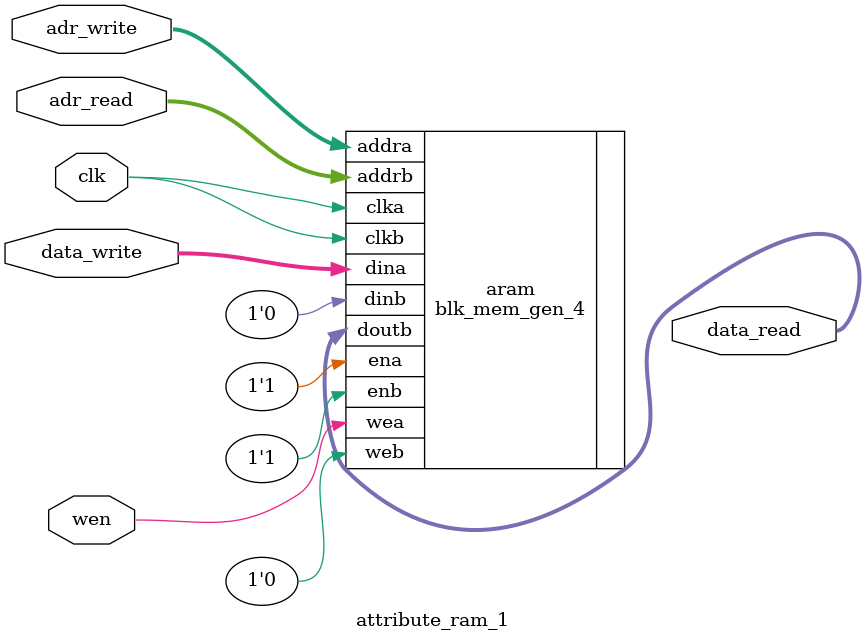
<source format=sv>
`timescale 1ns / 1ps


module attribute_ram_1(

    input  logic         clk,
    input  logic [ 9:0]  adr_write,
    input  logic [ 9:0]  adr_read,
    input  logic [23:0]  data_write,
    input  logic         wen,
    output logic [23:0]  data_read

    );
    
    blk_mem_gen_4 aram(
        // Write
        .addra(adr_write),
        .dina(data_write),
        
        // Read
        .addrb(adr_read),
        .doutb(data_read),
        
        .clka(clk),
        .clkb(clk),
        .wea(wen),
        
        .ena('1),
        .enb('1),
        .web('0),
        
        .dinb('0)
    );
    
endmodule

</source>
